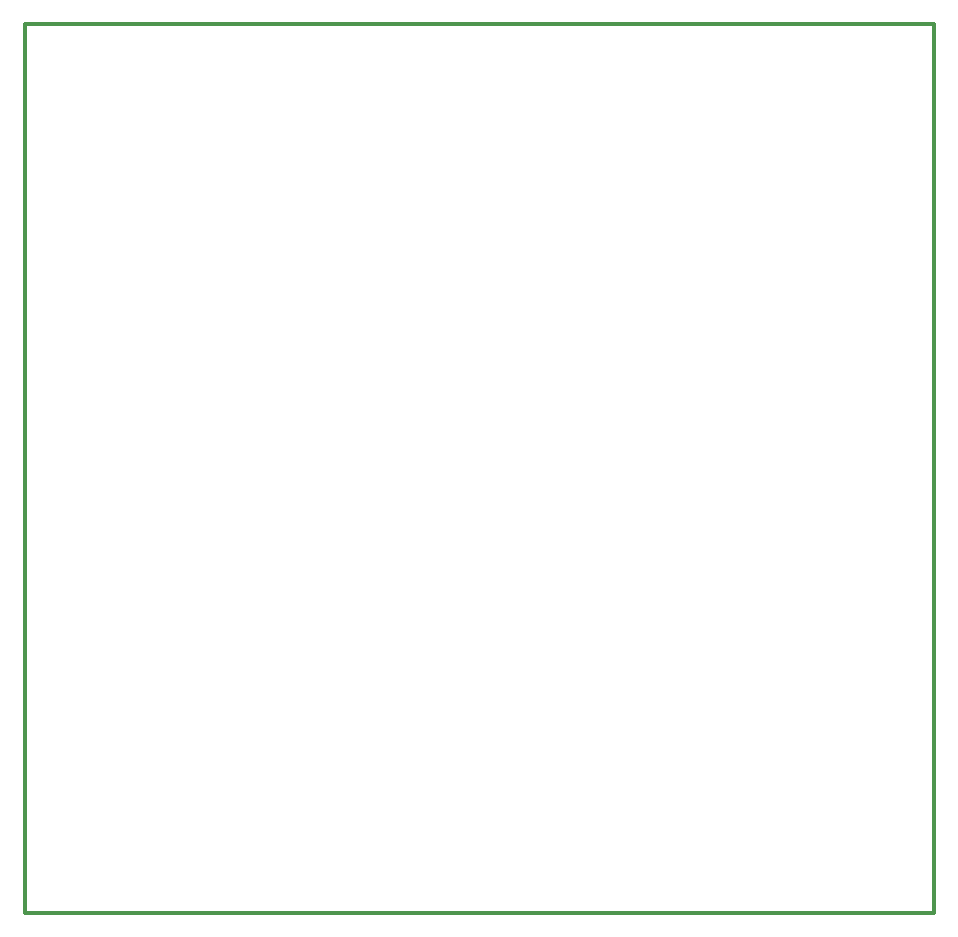
<source format=gko>
G04 Layer_Color=16711935*
%FSLAX25Y25*%
%MOIN*%
G70*
G01*
G75*
%ADD52C,0.01181*%
D52*
X0Y-47244D02*
Y249000D01*
X-303150D02*
X0D01*
X-303150Y-47244D02*
Y249000D01*
Y-47244D02*
X0D01*
M02*

</source>
